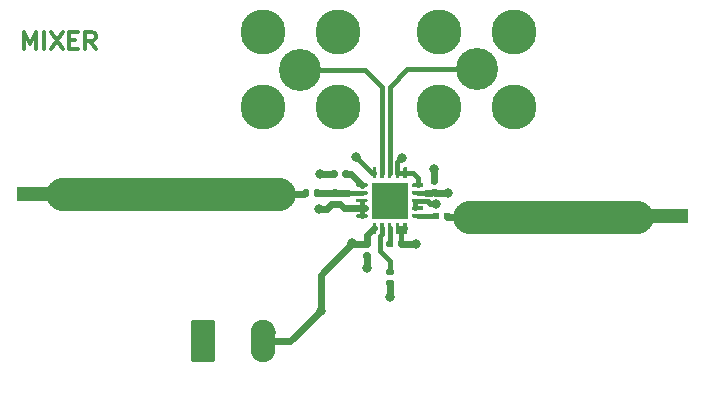
<source format=gbr>
G04 #@! TF.GenerationSoftware,KiCad,Pcbnew,(5.1.10)-1*
G04 #@! TF.CreationDate,2022-01-29T17:20:17-03:00*
G04 #@! TF.ProjectId,MXR,4d58522e-6b69-4636-9164-5f7063625858,rev?*
G04 #@! TF.SameCoordinates,Original*
G04 #@! TF.FileFunction,Copper,L1,Top*
G04 #@! TF.FilePolarity,Positive*
%FSLAX46Y46*%
G04 Gerber Fmt 4.6, Leading zero omitted, Abs format (unit mm)*
G04 Created by KiCad (PCBNEW (5.1.10)-1) date 2022-01-29 17:20:17*
%MOMM*%
%LPD*%
G01*
G04 APERTURE LIST*
G04 #@! TA.AperFunction,NonConductor*
%ADD10C,0.300000*%
G04 #@! TD*
G04 #@! TA.AperFunction,ComponentPad*
%ADD11C,3.810000*%
G04 #@! TD*
G04 #@! TA.AperFunction,ComponentPad*
%ADD12C,3.556000*%
G04 #@! TD*
G04 #@! TA.AperFunction,ComponentPad*
%ADD13O,2.080000X3.600000*%
G04 #@! TD*
G04 #@! TA.AperFunction,SMDPad,CuDef*
%ADD14R,3.100000X3.100000*%
G04 #@! TD*
G04 #@! TA.AperFunction,SMDPad,CuDef*
%ADD15R,0.600000X0.620000*%
G04 #@! TD*
G04 #@! TA.AperFunction,SMDPad,CuDef*
%ADD16R,7.620000X1.270000*%
G04 #@! TD*
G04 #@! TA.AperFunction,ViaPad*
%ADD17C,0.800000*%
G04 #@! TD*
G04 #@! TA.AperFunction,Conductor*
%ADD18C,0.600000*%
G04 #@! TD*
G04 #@! TA.AperFunction,Conductor*
%ADD19C,0.450000*%
G04 #@! TD*
G04 #@! TA.AperFunction,Conductor*
%ADD20C,0.400000*%
G04 #@! TD*
G04 #@! TA.AperFunction,Conductor*
%ADD21C,0.250000*%
G04 #@! TD*
G04 #@! TA.AperFunction,Conductor*
%ADD22C,2.804000*%
G04 #@! TD*
G04 APERTURE END LIST*
D10*
X127421380Y-83599411D02*
X127421380Y-82099411D01*
X127921380Y-83170840D01*
X128421380Y-82099411D01*
X128421380Y-83599411D01*
X129135665Y-83599411D02*
X129135665Y-82099411D01*
X129707094Y-82099411D02*
X130707094Y-83599411D01*
X130707094Y-82099411D02*
X129707094Y-83599411D01*
X131278522Y-82813697D02*
X131778522Y-82813697D01*
X131992808Y-83599411D02*
X131278522Y-83599411D01*
X131278522Y-82099411D01*
X131992808Y-82099411D01*
X133492808Y-83599411D02*
X132992808Y-82885125D01*
X132635665Y-83599411D02*
X132635665Y-82099411D01*
X133207094Y-82099411D01*
X133349951Y-82170840D01*
X133421380Y-82242268D01*
X133492808Y-82385125D01*
X133492808Y-82599411D01*
X133421380Y-82742268D01*
X133349951Y-82813697D01*
X133207094Y-82885125D01*
X132635665Y-82885125D01*
D11*
X154010360Y-88496140D03*
X147660360Y-88496140D03*
X154010360Y-82146140D03*
D12*
X150835360Y-85321140D03*
D11*
X147660360Y-82146140D03*
X168940480Y-88445340D03*
X162590480Y-88445340D03*
X168940480Y-82095340D03*
D12*
X165765480Y-85270340D03*
D11*
X162590480Y-82095340D03*
D13*
X147675600Y-108290360D03*
G04 #@! TA.AperFunction,ComponentPad*
G36*
G01*
X141555600Y-109840361D02*
X141555600Y-106740359D01*
G75*
G02*
X141805599Y-106490360I249999J0D01*
G01*
X143385601Y-106490360D01*
G75*
G02*
X143635600Y-106740359I0J-249999D01*
G01*
X143635600Y-109840361D01*
G75*
G02*
X143385601Y-110090360I-249999J0D01*
G01*
X141805599Y-110090360D01*
G75*
G02*
X141555600Y-109840361I0J249999D01*
G01*
G37*
G04 #@! TD.AperFunction*
G04 #@! TA.AperFunction,SMDPad,CuDef*
G36*
G01*
X155546940Y-95160380D02*
X155546940Y-95010380D01*
G75*
G02*
X155621940Y-94935380I75000J0D01*
G01*
X156446940Y-94935380D01*
G75*
G02*
X156521940Y-95010380I0J-75000D01*
G01*
X156521940Y-95160380D01*
G75*
G02*
X156446940Y-95235380I-75000J0D01*
G01*
X155621940Y-95235380D01*
G75*
G02*
X155546940Y-95160380I0J75000D01*
G01*
G37*
G04 #@! TD.AperFunction*
G04 #@! TA.AperFunction,SMDPad,CuDef*
G36*
G01*
X155546940Y-95810380D02*
X155546940Y-95660380D01*
G75*
G02*
X155621940Y-95585380I75000J0D01*
G01*
X156446940Y-95585380D01*
G75*
G02*
X156521940Y-95660380I0J-75000D01*
G01*
X156521940Y-95810380D01*
G75*
G02*
X156446940Y-95885380I-75000J0D01*
G01*
X155621940Y-95885380D01*
G75*
G02*
X155546940Y-95810380I0J75000D01*
G01*
G37*
G04 #@! TD.AperFunction*
G04 #@! TA.AperFunction,SMDPad,CuDef*
G36*
G01*
X155546940Y-96460380D02*
X155546940Y-96310380D01*
G75*
G02*
X155621940Y-96235380I75000J0D01*
G01*
X156446940Y-96235380D01*
G75*
G02*
X156521940Y-96310380I0J-75000D01*
G01*
X156521940Y-96460380D01*
G75*
G02*
X156446940Y-96535380I-75000J0D01*
G01*
X155621940Y-96535380D01*
G75*
G02*
X155546940Y-96460380I0J75000D01*
G01*
G37*
G04 #@! TD.AperFunction*
G04 #@! TA.AperFunction,SMDPad,CuDef*
G36*
G01*
X155546940Y-97110380D02*
X155546940Y-96960380D01*
G75*
G02*
X155621940Y-96885380I75000J0D01*
G01*
X156446940Y-96885380D01*
G75*
G02*
X156521940Y-96960380I0J-75000D01*
G01*
X156521940Y-97110380D01*
G75*
G02*
X156446940Y-97185380I-75000J0D01*
G01*
X155621940Y-97185380D01*
G75*
G02*
X155546940Y-97110380I0J75000D01*
G01*
G37*
G04 #@! TD.AperFunction*
G04 #@! TA.AperFunction,SMDPad,CuDef*
G36*
G01*
X155546940Y-97760380D02*
X155546940Y-97610380D01*
G75*
G02*
X155621940Y-97535380I75000J0D01*
G01*
X156446940Y-97535380D01*
G75*
G02*
X156521940Y-97610380I0J-75000D01*
G01*
X156521940Y-97760380D01*
G75*
G02*
X156446940Y-97835380I-75000J0D01*
G01*
X155621940Y-97835380D01*
G75*
G02*
X155546940Y-97760380I0J75000D01*
G01*
G37*
G04 #@! TD.AperFunction*
G04 #@! TA.AperFunction,SMDPad,CuDef*
G36*
G01*
X156946940Y-99160380D02*
X156946940Y-98335380D01*
G75*
G02*
X157021940Y-98260380I75000J0D01*
G01*
X157171940Y-98260380D01*
G75*
G02*
X157246940Y-98335380I0J-75000D01*
G01*
X157246940Y-99160380D01*
G75*
G02*
X157171940Y-99235380I-75000J0D01*
G01*
X157021940Y-99235380D01*
G75*
G02*
X156946940Y-99160380I0J75000D01*
G01*
G37*
G04 #@! TD.AperFunction*
G04 #@! TA.AperFunction,SMDPad,CuDef*
G36*
G01*
X157596940Y-99160380D02*
X157596940Y-98335380D01*
G75*
G02*
X157671940Y-98260380I75000J0D01*
G01*
X157821940Y-98260380D01*
G75*
G02*
X157896940Y-98335380I0J-75000D01*
G01*
X157896940Y-99160380D01*
G75*
G02*
X157821940Y-99235380I-75000J0D01*
G01*
X157671940Y-99235380D01*
G75*
G02*
X157596940Y-99160380I0J75000D01*
G01*
G37*
G04 #@! TD.AperFunction*
G04 #@! TA.AperFunction,SMDPad,CuDef*
G36*
G01*
X158246940Y-99160380D02*
X158246940Y-98335380D01*
G75*
G02*
X158321940Y-98260380I75000J0D01*
G01*
X158471940Y-98260380D01*
G75*
G02*
X158546940Y-98335380I0J-75000D01*
G01*
X158546940Y-99160380D01*
G75*
G02*
X158471940Y-99235380I-75000J0D01*
G01*
X158321940Y-99235380D01*
G75*
G02*
X158246940Y-99160380I0J75000D01*
G01*
G37*
G04 #@! TD.AperFunction*
G04 #@! TA.AperFunction,SMDPad,CuDef*
G36*
G01*
X158896940Y-99160380D02*
X158896940Y-98335380D01*
G75*
G02*
X158971940Y-98260380I75000J0D01*
G01*
X159121940Y-98260380D01*
G75*
G02*
X159196940Y-98335380I0J-75000D01*
G01*
X159196940Y-99160380D01*
G75*
G02*
X159121940Y-99235380I-75000J0D01*
G01*
X158971940Y-99235380D01*
G75*
G02*
X158896940Y-99160380I0J75000D01*
G01*
G37*
G04 #@! TD.AperFunction*
G04 #@! TA.AperFunction,SMDPad,CuDef*
G36*
G01*
X159546940Y-99160380D02*
X159546940Y-98335380D01*
G75*
G02*
X159621940Y-98260380I75000J0D01*
G01*
X159771940Y-98260380D01*
G75*
G02*
X159846940Y-98335380I0J-75000D01*
G01*
X159846940Y-99160380D01*
G75*
G02*
X159771940Y-99235380I-75000J0D01*
G01*
X159621940Y-99235380D01*
G75*
G02*
X159546940Y-99160380I0J75000D01*
G01*
G37*
G04 #@! TD.AperFunction*
G04 #@! TA.AperFunction,SMDPad,CuDef*
G36*
G01*
X160271940Y-97760380D02*
X160271940Y-97610380D01*
G75*
G02*
X160346940Y-97535380I75000J0D01*
G01*
X161171940Y-97535380D01*
G75*
G02*
X161246940Y-97610380I0J-75000D01*
G01*
X161246940Y-97760380D01*
G75*
G02*
X161171940Y-97835380I-75000J0D01*
G01*
X160346940Y-97835380D01*
G75*
G02*
X160271940Y-97760380I0J75000D01*
G01*
G37*
G04 #@! TD.AperFunction*
G04 #@! TA.AperFunction,SMDPad,CuDef*
G36*
G01*
X160271940Y-97110380D02*
X160271940Y-96960380D01*
G75*
G02*
X160346940Y-96885380I75000J0D01*
G01*
X161171940Y-96885380D01*
G75*
G02*
X161246940Y-96960380I0J-75000D01*
G01*
X161246940Y-97110380D01*
G75*
G02*
X161171940Y-97185380I-75000J0D01*
G01*
X160346940Y-97185380D01*
G75*
G02*
X160271940Y-97110380I0J75000D01*
G01*
G37*
G04 #@! TD.AperFunction*
G04 #@! TA.AperFunction,SMDPad,CuDef*
G36*
G01*
X160271940Y-96460380D02*
X160271940Y-96310380D01*
G75*
G02*
X160346940Y-96235380I75000J0D01*
G01*
X161171940Y-96235380D01*
G75*
G02*
X161246940Y-96310380I0J-75000D01*
G01*
X161246940Y-96460380D01*
G75*
G02*
X161171940Y-96535380I-75000J0D01*
G01*
X160346940Y-96535380D01*
G75*
G02*
X160271940Y-96460380I0J75000D01*
G01*
G37*
G04 #@! TD.AperFunction*
G04 #@! TA.AperFunction,SMDPad,CuDef*
G36*
G01*
X160271940Y-95810380D02*
X160271940Y-95660380D01*
G75*
G02*
X160346940Y-95585380I75000J0D01*
G01*
X161171940Y-95585380D01*
G75*
G02*
X161246940Y-95660380I0J-75000D01*
G01*
X161246940Y-95810380D01*
G75*
G02*
X161171940Y-95885380I-75000J0D01*
G01*
X160346940Y-95885380D01*
G75*
G02*
X160271940Y-95810380I0J75000D01*
G01*
G37*
G04 #@! TD.AperFunction*
G04 #@! TA.AperFunction,SMDPad,CuDef*
G36*
G01*
X160271940Y-95160380D02*
X160271940Y-95010380D01*
G75*
G02*
X160346940Y-94935380I75000J0D01*
G01*
X161171940Y-94935380D01*
G75*
G02*
X161246940Y-95010380I0J-75000D01*
G01*
X161246940Y-95160380D01*
G75*
G02*
X161171940Y-95235380I-75000J0D01*
G01*
X160346940Y-95235380D01*
G75*
G02*
X160271940Y-95160380I0J75000D01*
G01*
G37*
G04 #@! TD.AperFunction*
G04 #@! TA.AperFunction,SMDPad,CuDef*
G36*
G01*
X159546940Y-94435380D02*
X159546940Y-93610380D01*
G75*
G02*
X159621940Y-93535380I75000J0D01*
G01*
X159771940Y-93535380D01*
G75*
G02*
X159846940Y-93610380I0J-75000D01*
G01*
X159846940Y-94435380D01*
G75*
G02*
X159771940Y-94510380I-75000J0D01*
G01*
X159621940Y-94510380D01*
G75*
G02*
X159546940Y-94435380I0J75000D01*
G01*
G37*
G04 #@! TD.AperFunction*
G04 #@! TA.AperFunction,SMDPad,CuDef*
G36*
G01*
X158896940Y-94435380D02*
X158896940Y-93610380D01*
G75*
G02*
X158971940Y-93535380I75000J0D01*
G01*
X159121940Y-93535380D01*
G75*
G02*
X159196940Y-93610380I0J-75000D01*
G01*
X159196940Y-94435380D01*
G75*
G02*
X159121940Y-94510380I-75000J0D01*
G01*
X158971940Y-94510380D01*
G75*
G02*
X158896940Y-94435380I0J75000D01*
G01*
G37*
G04 #@! TD.AperFunction*
G04 #@! TA.AperFunction,SMDPad,CuDef*
G36*
G01*
X158246940Y-94435380D02*
X158246940Y-93610380D01*
G75*
G02*
X158321940Y-93535380I75000J0D01*
G01*
X158471940Y-93535380D01*
G75*
G02*
X158546940Y-93610380I0J-75000D01*
G01*
X158546940Y-94435380D01*
G75*
G02*
X158471940Y-94510380I-75000J0D01*
G01*
X158321940Y-94510380D01*
G75*
G02*
X158246940Y-94435380I0J75000D01*
G01*
G37*
G04 #@! TD.AperFunction*
G04 #@! TA.AperFunction,SMDPad,CuDef*
G36*
G01*
X157596940Y-94435380D02*
X157596940Y-93610380D01*
G75*
G02*
X157671940Y-93535380I75000J0D01*
G01*
X157821940Y-93535380D01*
G75*
G02*
X157896940Y-93610380I0J-75000D01*
G01*
X157896940Y-94435380D01*
G75*
G02*
X157821940Y-94510380I-75000J0D01*
G01*
X157671940Y-94510380D01*
G75*
G02*
X157596940Y-94435380I0J75000D01*
G01*
G37*
G04 #@! TD.AperFunction*
G04 #@! TA.AperFunction,SMDPad,CuDef*
G36*
G01*
X156946940Y-94435380D02*
X156946940Y-93610380D01*
G75*
G02*
X157021940Y-93535380I75000J0D01*
G01*
X157171940Y-93535380D01*
G75*
G02*
X157246940Y-93610380I0J-75000D01*
G01*
X157246940Y-94435380D01*
G75*
G02*
X157171940Y-94510380I-75000J0D01*
G01*
X157021940Y-94510380D01*
G75*
G02*
X156946940Y-94435380I0J75000D01*
G01*
G37*
G04 #@! TD.AperFunction*
D14*
X158396940Y-96385380D03*
G04 #@! TA.AperFunction,SMDPad,CuDef*
G36*
G01*
X151002780Y-95920340D02*
X151002780Y-95575340D01*
G75*
G02*
X151150280Y-95427840I147500J0D01*
G01*
X151445280Y-95427840D01*
G75*
G02*
X151592780Y-95575340I0J-147500D01*
G01*
X151592780Y-95920340D01*
G75*
G02*
X151445280Y-96067840I-147500J0D01*
G01*
X151150280Y-96067840D01*
G75*
G02*
X151002780Y-95920340I0J147500D01*
G01*
G37*
G04 #@! TD.AperFunction*
G04 #@! TA.AperFunction,SMDPad,CuDef*
G36*
G01*
X151972780Y-95920340D02*
X151972780Y-95575340D01*
G75*
G02*
X152120280Y-95427840I147500J0D01*
G01*
X152415280Y-95427840D01*
G75*
G02*
X152562780Y-95575340I0J-147500D01*
G01*
X152562780Y-95920340D01*
G75*
G02*
X152415280Y-96067840I-147500J0D01*
G01*
X152120280Y-96067840D01*
G75*
G02*
X151972780Y-95920340I0J147500D01*
G01*
G37*
G04 #@! TD.AperFunction*
G04 #@! TA.AperFunction,SMDPad,CuDef*
G36*
G01*
X154000700Y-93980220D02*
X154000700Y-94325220D01*
G75*
G02*
X153853200Y-94472720I-147500J0D01*
G01*
X153558200Y-94472720D01*
G75*
G02*
X153410700Y-94325220I0J147500D01*
G01*
X153410700Y-93980220D01*
G75*
G02*
X153558200Y-93832720I147500J0D01*
G01*
X153853200Y-93832720D01*
G75*
G02*
X154000700Y-93980220I0J-147500D01*
G01*
G37*
G04 #@! TD.AperFunction*
G04 #@! TA.AperFunction,SMDPad,CuDef*
G36*
G01*
X154970700Y-93980220D02*
X154970700Y-94325220D01*
G75*
G02*
X154823200Y-94472720I-147500J0D01*
G01*
X154528200Y-94472720D01*
G75*
G02*
X154380700Y-94325220I0J147500D01*
G01*
X154380700Y-93980220D01*
G75*
G02*
X154528200Y-93832720I147500J0D01*
G01*
X154823200Y-93832720D01*
G75*
G02*
X154970700Y-93980220I0J-147500D01*
G01*
G37*
G04 #@! TD.AperFunction*
G04 #@! TA.AperFunction,SMDPad,CuDef*
G36*
G01*
X156296580Y-100763840D02*
X156641580Y-100763840D01*
G75*
G02*
X156789080Y-100911340I0J-147500D01*
G01*
X156789080Y-101206340D01*
G75*
G02*
X156641580Y-101353840I-147500J0D01*
G01*
X156296580Y-101353840D01*
G75*
G02*
X156149080Y-101206340I0J147500D01*
G01*
X156149080Y-100911340D01*
G75*
G02*
X156296580Y-100763840I147500J0D01*
G01*
G37*
G04 #@! TD.AperFunction*
G04 #@! TA.AperFunction,SMDPad,CuDef*
G36*
G01*
X156296580Y-99793840D02*
X156641580Y-99793840D01*
G75*
G02*
X156789080Y-99941340I0J-147500D01*
G01*
X156789080Y-100236340D01*
G75*
G02*
X156641580Y-100383840I-147500J0D01*
G01*
X156296580Y-100383840D01*
G75*
G02*
X156149080Y-100236340I0J147500D01*
G01*
X156149080Y-99941340D01*
G75*
G02*
X156296580Y-99793840I147500J0D01*
G01*
G37*
G04 #@! TD.AperFunction*
G04 #@! TA.AperFunction,SMDPad,CuDef*
G36*
G01*
X158119860Y-100207860D02*
X158119860Y-99862860D01*
G75*
G02*
X158267360Y-99715360I147500J0D01*
G01*
X158562360Y-99715360D01*
G75*
G02*
X158709860Y-99862860I0J-147500D01*
G01*
X158709860Y-100207860D01*
G75*
G02*
X158562360Y-100355360I-147500J0D01*
G01*
X158267360Y-100355360D01*
G75*
G02*
X158119860Y-100207860I0J147500D01*
G01*
G37*
G04 #@! TD.AperFunction*
G04 #@! TA.AperFunction,SMDPad,CuDef*
G36*
G01*
X159089860Y-100207860D02*
X159089860Y-99862860D01*
G75*
G02*
X159237360Y-99715360I147500J0D01*
G01*
X159532360Y-99715360D01*
G75*
G02*
X159679860Y-99862860I0J-147500D01*
G01*
X159679860Y-100207860D01*
G75*
G02*
X159532360Y-100355360I-147500J0D01*
G01*
X159237360Y-100355360D01*
G75*
G02*
X159089860Y-100207860I0J147500D01*
G01*
G37*
G04 #@! TD.AperFunction*
D15*
X163240980Y-97706180D03*
X162320980Y-97706180D03*
G04 #@! TA.AperFunction,SMDPad,CuDef*
G36*
G01*
X162343880Y-95996980D02*
X161998880Y-95996980D01*
G75*
G02*
X161851380Y-95849480I0J147500D01*
G01*
X161851380Y-95554480D01*
G75*
G02*
X161998880Y-95406980I147500J0D01*
G01*
X162343880Y-95406980D01*
G75*
G02*
X162491380Y-95554480I0J-147500D01*
G01*
X162491380Y-95849480D01*
G75*
G02*
X162343880Y-95996980I-147500J0D01*
G01*
G37*
G04 #@! TD.AperFunction*
G04 #@! TA.AperFunction,SMDPad,CuDef*
G36*
G01*
X162343880Y-95026980D02*
X161998880Y-95026980D01*
G75*
G02*
X161851380Y-94879480I0J147500D01*
G01*
X161851380Y-94584480D01*
G75*
G02*
X161998880Y-94436980I147500J0D01*
G01*
X162343880Y-94436980D01*
G75*
G02*
X162491380Y-94584480I0J-147500D01*
G01*
X162491380Y-94879480D01*
G75*
G02*
X162343880Y-95026980I-147500J0D01*
G01*
G37*
G04 #@! TD.AperFunction*
D16*
X179816760Y-97657920D03*
X130632200Y-95869760D03*
G04 #@! TA.AperFunction,SMDPad,CuDef*
G36*
G01*
X153621960Y-95447900D02*
X153966960Y-95447900D01*
G75*
G02*
X154114460Y-95595400I0J-147500D01*
G01*
X154114460Y-95890400D01*
G75*
G02*
X153966960Y-96037900I-147500J0D01*
G01*
X153621960Y-96037900D01*
G75*
G02*
X153474460Y-95890400I0J147500D01*
G01*
X153474460Y-95595400D01*
G75*
G02*
X153621960Y-95447900I147500J0D01*
G01*
G37*
G04 #@! TD.AperFunction*
G04 #@! TA.AperFunction,SMDPad,CuDef*
G36*
G01*
X153621960Y-96417900D02*
X153966960Y-96417900D01*
G75*
G02*
X154114460Y-96565400I0J-147500D01*
G01*
X154114460Y-96860400D01*
G75*
G02*
X153966960Y-97007900I-147500J0D01*
G01*
X153621960Y-97007900D01*
G75*
G02*
X153474460Y-96860400I0J147500D01*
G01*
X153474460Y-96565400D01*
G75*
G02*
X153621960Y-96417900I147500J0D01*
G01*
G37*
G04 #@! TD.AperFunction*
G04 #@! TA.AperFunction,SMDPad,CuDef*
G36*
G01*
X158239680Y-102133180D02*
X158584680Y-102133180D01*
G75*
G02*
X158732180Y-102280680I0J-147500D01*
G01*
X158732180Y-102575680D01*
G75*
G02*
X158584680Y-102723180I-147500J0D01*
G01*
X158239680Y-102723180D01*
G75*
G02*
X158092180Y-102575680I0J147500D01*
G01*
X158092180Y-102280680D01*
G75*
G02*
X158239680Y-102133180I147500J0D01*
G01*
G37*
G04 #@! TD.AperFunction*
G04 #@! TA.AperFunction,SMDPad,CuDef*
G36*
G01*
X158239680Y-103103180D02*
X158584680Y-103103180D01*
G75*
G02*
X158732180Y-103250680I0J-147500D01*
G01*
X158732180Y-103545680D01*
G75*
G02*
X158584680Y-103693180I-147500J0D01*
G01*
X158239680Y-103693180D01*
G75*
G02*
X158092180Y-103545680I0J147500D01*
G01*
X158092180Y-103250680D01*
G75*
G02*
X158239680Y-103103180I147500J0D01*
G01*
G37*
G04 #@! TD.AperFunction*
D17*
X160609280Y-100091240D03*
X156451300Y-102113080D03*
X162133280Y-93718380D03*
X152529540Y-94101920D03*
X159405320Y-92786200D03*
X162323780Y-96674940D03*
X152397460Y-97116900D03*
X158429960Y-104592120D03*
X155572460Y-92702380D03*
X152549860Y-105727500D03*
X155232100Y-100009960D03*
X163306760Y-95752920D03*
D18*
X152471120Y-97043240D02*
X152397460Y-97116900D01*
D19*
X160759440Y-95085380D02*
X160759440Y-94455280D01*
X160759440Y-94455280D02*
X160327040Y-94022880D01*
X160327040Y-94022880D02*
X159696940Y-94022880D01*
X159696940Y-94022880D02*
X159046940Y-94022880D01*
D18*
X154518120Y-97035380D02*
X154195640Y-96712900D01*
X154195640Y-96712900D02*
X153794460Y-96712900D01*
X154518120Y-97035380D02*
X155115500Y-97035380D01*
D19*
X160520380Y-96398320D02*
X160520380Y-97048320D01*
X159046940Y-93144580D02*
X159405320Y-92786200D01*
X159046940Y-94022880D02*
X159046940Y-93144580D01*
D18*
X158422340Y-104584500D02*
X158429960Y-104592120D01*
X155115500Y-97035380D02*
X156271940Y-97035380D01*
D19*
X161602420Y-96460390D02*
X160596950Y-96460390D01*
X161816970Y-96674940D02*
X161602420Y-96460390D01*
X162323780Y-96674940D02*
X161816970Y-96674940D01*
X156034440Y-97035380D02*
X156034440Y-97685380D01*
X156034440Y-97035380D02*
X156034440Y-96467910D01*
D18*
X152580340Y-94152720D02*
X152529540Y-94101920D01*
X153705700Y-94152720D02*
X152580340Y-94152720D01*
X153794460Y-96712900D02*
X153459320Y-96712900D01*
X153055320Y-97116900D02*
X152397460Y-97116900D01*
X153459320Y-96712900D02*
X153055320Y-97116900D01*
D20*
X156892960Y-94022880D02*
X155572460Y-92702380D01*
X157096940Y-94022880D02*
X156892960Y-94022880D01*
X159384860Y-98752800D02*
X159389780Y-98747880D01*
X159384860Y-100035360D02*
X159384860Y-98752800D01*
D19*
X159389780Y-98747880D02*
X159059350Y-98747880D01*
X159696940Y-98747880D02*
X159389780Y-98747880D01*
D18*
X162171380Y-93756480D02*
X162133280Y-93718380D01*
X162171380Y-94731980D02*
X162171380Y-93756480D01*
X156451300Y-101076620D02*
X156469080Y-101058840D01*
X156451300Y-102113080D02*
X156451300Y-101076620D01*
X159440740Y-100091240D02*
X159384860Y-100035360D01*
X160609280Y-100091240D02*
X159440740Y-100091240D01*
X158429960Y-103415960D02*
X158412180Y-103398180D01*
X158429960Y-104592120D02*
X158429960Y-103415960D01*
D21*
X157746940Y-98747880D02*
X157746940Y-99235380D01*
D20*
X157746940Y-99257148D02*
X157576520Y-99427568D01*
X157746940Y-98747880D02*
X157746940Y-99257148D01*
X157576520Y-99427568D02*
X157576520Y-100660200D01*
X158412180Y-101495860D02*
X158412180Y-102428180D01*
X157576520Y-100660200D02*
X158412180Y-101495860D01*
D22*
X147269200Y-95869760D02*
X149059900Y-95869760D01*
X130632200Y-95869760D02*
X147454620Y-95869760D01*
D21*
X151175860Y-95869760D02*
X151297780Y-95747840D01*
D18*
X149059900Y-95869760D02*
X151175860Y-95869760D01*
D21*
X153789520Y-95747840D02*
X153794460Y-95742900D01*
D18*
X152267780Y-95747840D02*
X153789520Y-95747840D01*
D21*
X156026920Y-95742900D02*
X156034440Y-95735380D01*
D18*
X153794460Y-95742900D02*
X154906840Y-95742900D01*
D20*
X155744487Y-95785390D02*
X156034440Y-95785390D01*
X155701997Y-95742900D02*
X155744487Y-95785390D01*
X154906840Y-95742900D02*
X155701997Y-95742900D01*
D18*
X161919440Y-95727520D02*
X161439860Y-95727520D01*
D19*
X160759440Y-95735380D02*
X161630600Y-95735380D01*
D20*
X158379160Y-98765660D02*
X158396940Y-98747880D01*
X158379160Y-99748340D02*
X158379160Y-98765660D01*
D18*
X155101780Y-94152720D02*
X154675700Y-94152720D01*
X156034440Y-95085380D02*
X155101780Y-94152720D01*
X162222320Y-95752920D02*
X162171380Y-95701980D01*
X163306760Y-95752920D02*
X162222320Y-95752920D01*
X156469080Y-99325730D02*
X157046930Y-98747880D01*
X156469080Y-100088840D02*
X156469080Y-99325730D01*
X155310980Y-100088840D02*
X155232100Y-100009960D01*
X156469080Y-100088840D02*
X155310980Y-100088840D01*
D21*
X147901660Y-108064300D02*
X147675600Y-108290360D01*
D18*
X148440140Y-107525820D02*
X147675600Y-108290360D01*
X149987000Y-108290360D02*
X152549860Y-105727500D01*
X147675600Y-108290360D02*
X149987000Y-108290360D01*
X152549860Y-102692200D02*
X155232100Y-100009960D01*
X152549860Y-105727500D02*
X152549860Y-102692200D01*
D22*
X165127940Y-97751900D02*
X165514020Y-97751900D01*
X176949100Y-97754440D02*
X179298600Y-97754440D01*
D21*
X176949100Y-97754440D02*
X163289240Y-97754440D01*
D22*
X176949100Y-97754440D02*
X165422580Y-97754440D01*
D18*
X163289240Y-97754440D02*
X163240980Y-97706180D01*
X165422580Y-97754440D02*
X163289240Y-97754440D01*
D19*
X160780240Y-97706180D02*
X160759440Y-97685380D01*
X162320980Y-97706180D02*
X160780240Y-97706180D01*
D20*
X158396940Y-94022880D02*
X158396940Y-92610578D01*
D19*
X158396940Y-92610578D02*
X158396940Y-86973080D01*
X158396940Y-86973080D02*
X158396940Y-86751160D01*
X159877760Y-85270340D02*
X165765480Y-85270340D01*
X158396940Y-86751160D02*
X159877760Y-85270340D01*
D20*
X157746940Y-94022880D02*
X157746940Y-92755480D01*
D19*
X156337000Y-85321140D02*
X150835360Y-85321140D01*
X157747850Y-86767550D02*
X156393790Y-85413490D01*
X157746930Y-87242322D02*
X157746930Y-86767550D01*
X157746940Y-87242332D02*
X157746930Y-87242322D01*
X157746940Y-92755480D02*
X157746940Y-87242332D01*
M02*

</source>
